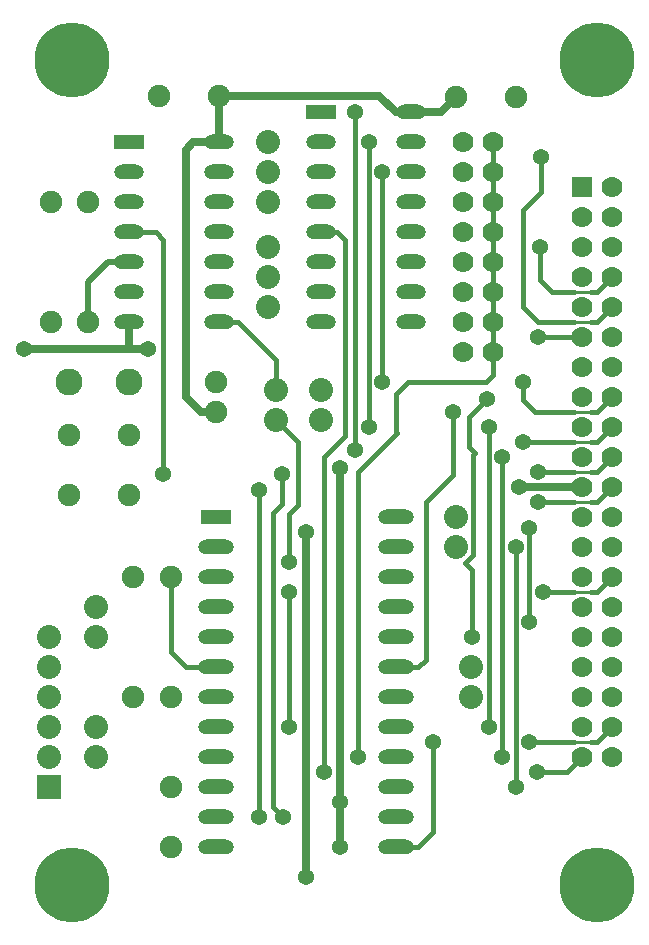
<source format=gtl>
G04 Layer_Physical_Order=1*
G04 Layer_Color=255*
%FSLAX25Y25*%
%MOIN*%
G70*
G01*
G75*
%ADD10C,0.01500*%
%ADD11C,0.02500*%
%ADD12C,0.01000*%
%ADD13C,0.02000*%
%ADD14C,0.07500*%
%ADD15R,0.07000X0.07000*%
%ADD16C,0.07000*%
%ADD17C,0.09000*%
%ADD18C,0.08000*%
%ADD19C,0.25000*%
%ADD20R,0.08000X0.08000*%
%ADD21R,0.10000X0.05000*%
%ADD22O,0.10000X0.05000*%
%ADD23O,0.12000X0.05000*%
%ADD24C,0.05400*%
D10*
X525000Y294500D02*
Y372500D01*
X564500Y284500D02*
Y294500D01*
X628000Y240000D02*
Y262368D01*
X625500Y264868D02*
X628000Y262368D01*
X628250Y267618D02*
Y300750D01*
X629000Y301500D01*
X625500Y264868D02*
X628250Y267618D01*
X654500Y355000D02*
X662000D01*
X650500Y359000D02*
X654500Y355000D01*
X650500Y359000D02*
Y370000D01*
X650000Y340000D02*
X664500D01*
X650000Y285000D02*
X662000D01*
X647000Y245000D02*
Y276500D01*
X651500Y255000D02*
X662000D01*
X651000Y388500D02*
Y400000D01*
X645000Y382500D02*
X651000Y388500D01*
X645000Y350000D02*
Y382500D01*
X649500Y195000D02*
X659500D01*
X664500Y200000D01*
X647000Y205000D02*
X662000D01*
X561500Y183500D02*
X565000Y180000D01*
X561500Y183500D02*
Y281500D01*
X564500Y284500D01*
X570000Y284000D02*
Y305000D01*
X567000Y281000D02*
X570000Y284000D01*
X557000Y180000D02*
Y289000D01*
X567000Y265000D02*
Y281000D01*
X627000Y303500D02*
X629000Y301500D01*
X627000Y303500D02*
Y313500D01*
X633000Y319500D01*
X612500Y285000D02*
X621500Y294000D01*
Y315000D01*
X593500Y310000D02*
Y405000D01*
X645000Y305000D02*
X662000D01*
X522500Y375000D02*
X525000Y372500D01*
X562500Y322500D02*
Y332500D01*
X550000Y345000D02*
X562500Y332500D01*
X543500Y345000D02*
X550000D01*
X562500Y312500D02*
X570000Y305000D01*
X585500Y307000D02*
Y372500D01*
X583000Y375000D02*
X585500Y372500D01*
X577500Y375000D02*
X583000D01*
X590000Y295000D02*
X603000Y308000D01*
X602500Y308500D02*
X603000Y308000D01*
X602500Y308500D02*
Y321000D01*
X612500Y232500D02*
Y285000D01*
X610000Y230000D02*
X612500Y232500D01*
X602500Y321000D02*
X606500Y325000D01*
X632500D01*
X635000Y327500D01*
Y335000D01*
X649000Y315000D02*
X662000D01*
X645000Y319000D02*
X649000Y315000D01*
X645000Y319000D02*
Y325000D01*
X669500Y255000D02*
X674500Y260000D01*
X667500Y255000D02*
X669500D01*
Y295000D02*
X674500Y300000D01*
X667500Y295000D02*
X669500D01*
X650000D02*
X662000D01*
X669500Y355000D02*
X674500Y360000D01*
X667500Y355000D02*
X669500D01*
Y345000D02*
X674500Y350000D01*
X667500Y345000D02*
X669500D01*
X650000D02*
X662000D01*
X669500Y315000D02*
X674500Y320000D01*
X667500Y315000D02*
X669500D01*
Y305000D02*
X674500Y310000D01*
X667500Y305000D02*
X669500D01*
Y285000D02*
X674500Y290000D01*
X667500Y285000D02*
X669500D01*
X667500Y205000D02*
X669500D01*
X674500Y210000D01*
X642500Y190000D02*
Y270000D01*
X602500Y230000D02*
X610000D01*
X638000Y200000D02*
Y300000D01*
X513500Y375000D02*
X522500D01*
X567000Y210000D02*
Y255000D01*
X527500Y235000D02*
Y260000D01*
Y235000D02*
X532500Y230000D01*
X542500D01*
X615000Y175000D02*
Y205000D01*
X610000Y170000D02*
X615000Y175000D01*
X602500Y170000D02*
X610000D01*
X633500Y210000D02*
Y310000D01*
X635000Y395000D02*
Y405000D01*
Y385000D02*
Y395000D01*
Y375000D02*
Y385000D01*
Y365000D02*
Y375000D01*
Y355000D02*
Y365000D01*
Y345000D02*
Y355000D01*
Y335000D02*
Y345000D01*
X645000Y350000D02*
X650000Y345000D01*
X565000Y180000D02*
X565500Y180500D01*
X589000Y302500D02*
Y415000D01*
X590000Y200000D02*
Y295000D01*
X598000Y325000D02*
Y395000D01*
X578500Y195000D02*
Y300000D01*
X585500Y307000D01*
D11*
X643500Y290000D02*
X664500D01*
X572500Y160000D02*
Y275000D01*
X535000Y405000D02*
X543500D01*
X532500Y402500D02*
X535000Y405000D01*
X532500Y320000D02*
Y402500D01*
Y320000D02*
X537500Y315000D01*
X542500D01*
X584000Y170000D02*
Y185000D01*
Y296500D01*
X478500Y336000D02*
X513500D01*
Y345000D01*
Y336000D02*
X520000D01*
X543500Y405000D02*
Y420500D01*
X617500Y415000D02*
X622500Y420000D01*
X607500Y415000D02*
X617500D01*
X602500D02*
X607500D01*
X597000Y420500D02*
X602500Y415000D01*
X543500Y420500D02*
X597000D01*
D12*
X662000Y255000D02*
X667500D01*
X662000Y295000D02*
X667500D01*
X662000Y355000D02*
X667500D01*
X662000Y345000D02*
X667500D01*
X662000Y315000D02*
X667500D01*
X662000Y305000D02*
X667500D01*
X662000Y285000D02*
X667500D01*
X662000Y205000D02*
X667500D01*
D13*
X506500Y365000D02*
X513500D01*
X500000Y358500D02*
X506500Y365000D01*
X500000Y345000D02*
Y358500D01*
D14*
X542500Y315000D02*
D03*
Y325000D02*
D03*
X527500Y170000D02*
D03*
Y190000D02*
D03*
X513500Y307500D02*
D03*
Y287500D02*
D03*
X493500Y307500D02*
D03*
Y287500D02*
D03*
X543500Y420500D02*
D03*
X523500D02*
D03*
X622500Y420000D02*
D03*
X642500D02*
D03*
X487500Y385000D02*
D03*
Y345000D02*
D03*
X515000Y220000D02*
D03*
Y260000D02*
D03*
X527500D02*
D03*
Y220000D02*
D03*
X500000Y345000D02*
D03*
Y385000D02*
D03*
D15*
X664500Y390000D02*
D03*
D16*
X674500D02*
D03*
X664500Y380000D02*
D03*
X674500D02*
D03*
X664500Y370000D02*
D03*
X674500D02*
D03*
X664500Y360000D02*
D03*
X674500D02*
D03*
X664500Y350000D02*
D03*
X674500D02*
D03*
X664500Y340000D02*
D03*
X674500D02*
D03*
X664500Y330000D02*
D03*
X674500D02*
D03*
X664500Y320000D02*
D03*
X674500D02*
D03*
X664500Y310000D02*
D03*
X674500D02*
D03*
X664500Y300000D02*
D03*
X674500D02*
D03*
X664500Y290000D02*
D03*
X674500D02*
D03*
X664500Y280000D02*
D03*
X674500D02*
D03*
X664500Y270000D02*
D03*
X674500D02*
D03*
X664500Y260000D02*
D03*
X674500D02*
D03*
X664500Y250000D02*
D03*
X674500D02*
D03*
X664500Y240000D02*
D03*
X674500D02*
D03*
X664500Y230000D02*
D03*
X674500D02*
D03*
X664500Y220000D02*
D03*
X674500D02*
D03*
X664500Y210000D02*
D03*
X674500D02*
D03*
X664500Y200000D02*
D03*
X674500D02*
D03*
X635000Y405000D02*
D03*
X625000D02*
D03*
Y395000D02*
D03*
X635000D02*
D03*
X625000Y385000D02*
D03*
X635000D02*
D03*
X625000Y375000D02*
D03*
X635000D02*
D03*
X625000Y365000D02*
D03*
X635000D02*
D03*
X625000Y355000D02*
D03*
X635000D02*
D03*
X625000Y345000D02*
D03*
X635000D02*
D03*
X625000Y335000D02*
D03*
X635000D02*
D03*
D17*
X493500Y325000D02*
D03*
X513500D02*
D03*
D18*
X502500Y250000D02*
D03*
Y240000D02*
D03*
Y200000D02*
D03*
Y210000D02*
D03*
X622500Y270000D02*
D03*
Y280000D02*
D03*
X562500Y322500D02*
D03*
Y312500D02*
D03*
X577500D02*
D03*
Y322500D02*
D03*
X627500Y220000D02*
D03*
Y230000D02*
D03*
X560000Y360000D02*
D03*
Y350000D02*
D03*
Y370000D02*
D03*
Y405000D02*
D03*
Y385000D02*
D03*
Y395000D02*
D03*
X487000Y240000D02*
D03*
Y230000D02*
D03*
Y220000D02*
D03*
Y200000D02*
D03*
Y210000D02*
D03*
D19*
X494500Y157500D02*
D03*
Y432500D02*
D03*
X669500D02*
D03*
Y157500D02*
D03*
D20*
X487000Y190000D02*
D03*
D21*
X513500Y405000D02*
D03*
X577500Y415000D02*
D03*
X542500Y280000D02*
D03*
D22*
X513500Y395000D02*
D03*
Y385000D02*
D03*
Y375000D02*
D03*
Y365000D02*
D03*
Y355000D02*
D03*
Y345000D02*
D03*
X543500D02*
D03*
Y355000D02*
D03*
Y365000D02*
D03*
Y375000D02*
D03*
Y385000D02*
D03*
Y395000D02*
D03*
Y405000D02*
D03*
X607500Y415000D02*
D03*
Y405000D02*
D03*
Y395000D02*
D03*
Y385000D02*
D03*
Y375000D02*
D03*
Y365000D02*
D03*
Y355000D02*
D03*
Y345000D02*
D03*
X577500D02*
D03*
Y355000D02*
D03*
Y365000D02*
D03*
Y375000D02*
D03*
Y385000D02*
D03*
Y395000D02*
D03*
Y405000D02*
D03*
D23*
X602500Y280000D02*
D03*
Y270000D02*
D03*
Y260000D02*
D03*
Y250000D02*
D03*
Y240000D02*
D03*
Y230000D02*
D03*
Y220000D02*
D03*
Y210000D02*
D03*
Y200000D02*
D03*
Y190000D02*
D03*
Y180000D02*
D03*
Y170000D02*
D03*
X542500D02*
D03*
Y180000D02*
D03*
Y190000D02*
D03*
Y200000D02*
D03*
Y210000D02*
D03*
Y220000D02*
D03*
Y230000D02*
D03*
Y240000D02*
D03*
Y250000D02*
D03*
Y260000D02*
D03*
Y270000D02*
D03*
D24*
X525000Y294500D02*
D03*
X564500D02*
D03*
X628000Y240000D02*
D03*
X650500Y370000D02*
D03*
X650000Y340000D02*
D03*
Y285000D02*
D03*
X647000Y276500D02*
D03*
X651500Y255000D02*
D03*
X651000Y400000D02*
D03*
X643500Y290000D02*
D03*
X649500Y195000D02*
D03*
X647000Y205000D02*
D03*
X557000Y289000D02*
D03*
X567000Y265000D02*
D03*
X621500Y315000D02*
D03*
X593500Y310000D02*
D03*
X633000Y319500D02*
D03*
X645000Y305000D02*
D03*
Y325000D02*
D03*
X642500Y190000D02*
D03*
Y270000D02*
D03*
X638000Y200000D02*
D03*
Y300000D02*
D03*
X633500Y210000D02*
D03*
X567000Y255000D02*
D03*
X647000Y245000D02*
D03*
X567000Y210000D02*
D03*
X572500Y160000D02*
D03*
X578500Y195000D02*
D03*
X615000Y205000D02*
D03*
X572500Y275000D02*
D03*
X633500Y310000D02*
D03*
X650000Y295000D02*
D03*
X584000Y170000D02*
D03*
Y296500D02*
D03*
X590000Y200000D02*
D03*
X584000Y185000D02*
D03*
X557000Y180000D02*
D03*
X478500Y336000D02*
D03*
X520000D02*
D03*
X565000Y180000D02*
D03*
X589000Y415000D02*
D03*
Y302500D02*
D03*
X593500Y405000D02*
D03*
X598000Y395000D02*
D03*
Y325000D02*
D03*
M02*

</source>
